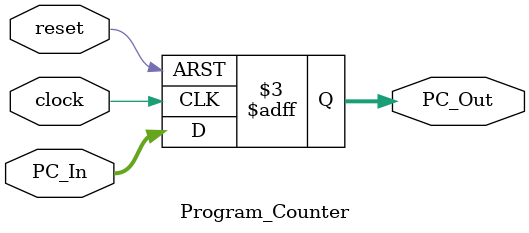
<source format=v>
`timescale 1ns / 1ps


module Program_Counter(
input [63:0] PC_In, // the before counter
input clock,
input reset,
output reg [63:0] PC_Out // the counter after checking reset
);
// always do when there is a posedge of the clock or reset
always @(posedge clock or posedge reset)
begin
// if reset, then restart the counter
if (reset == 1)
    begin
    PC_Out = 0;
    end
// else output same as input
else
    begin
    PC_Out = PC_In;
    end
end
endmodule


</source>
